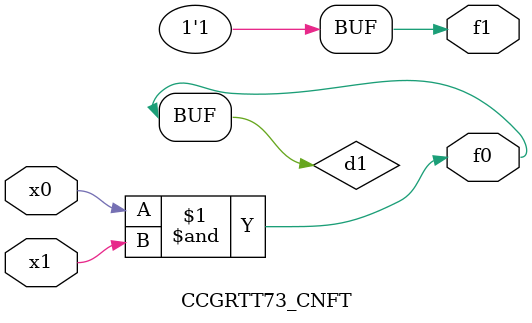
<source format=v>
module CCGRTT73_CNFT(
	input x0, x1,
	output f0, f1
);

	wire d1;

	assign f0 = d1;
	and (d1, x0, x1);
	assign f1 = 1'b1;
endmodule

</source>
